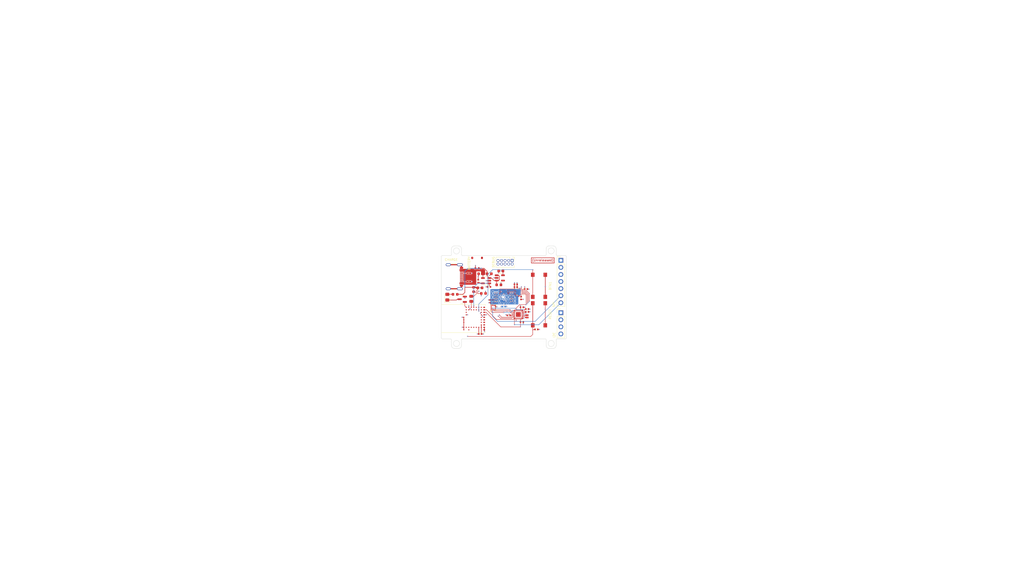
<source format=kicad_pcb>
(kicad_pcb (version 20241229) (generator "pcbnew") (generator_version "9.0")
  (title_block (title "Heartrate-DevKit") (date "2025-07-13") (rev "${REVISION}") (comment 1 "${COMPANY}"))
  (layers (0 "F.Cu" signal) (4 "In1.Cu" power "Inner1") (6 "In2.Cu" power "Inner2") (2 "B.Cu" signal) (13 "F.Paste" user) (15 "B.Paste" user) (5 "F.SilkS" user "F.Silkscreen") (7 "B.SilkS" user "B.Silkscreen") (1 "F.Mask" user) (3 "B.Mask" user) (25 "Edge.Cuts" user))
  (property "ASSEMBLY_NOTES" "")
  (property "BOARD_NAME" "")
  (property "COMPANY" "null")
  (property "DESIGNER" "Daniel Kampert")
  (property "FABRICATION_NOTES" "")
  (property "GIT_HASH_PCB" "")
  (property "GIT_HASH_SCH" "")
  (property "GIT_URL" "")
  (property "PROJECT_NAME" "")
  (property "RELEASE_BODY_UNRELEASED" "Version Unreleased not found.")
  (property "RELEASE_DATE" "06-Jun-2025")
  (property "RELEASE_DATE_NUM" "2025-06-06")
  (property "RELEASE_TITLE_UNRELEASED" "Version Unreleased not found.")
  (property "REVISION" "(Unreleased)")
  (property "SHEET_NAME_1" "Cover Page")
  (property "SHEET_NAME_10" "......................................")
  (property "SHEET_NAME_11" "......................................")
  (property "SHEET_NAME_12" "......................................")
  (property "SHEET_NAME_13" "......................................")
  (property "SHEET_NAME_14" "......................................")
  (property "SHEET_NAME_15" "......................................")
  (property "SHEET_NAME_16" "......................................")
  (property "SHEET_NAME_17" "......................................")
  (property "SHEET_NAME_18" "......................................")
  (property "SHEET_NAME_19" "......................................")
  (property "SHEET_NAME_2" "Block Diagram")
  (property "SHEET_NAME_20" "......................................")
  (property "SHEET_NAME_21" "......................................")
  (property "SHEET_NAME_22" "......................................")
  (property "SHEET_NAME_23" "......................................")
  (property "SHEET_NAME_24" "......................................")
  (property "SHEET_NAME_25" "......................................")
  (property "SHEET_NAME_26" "......................................")
  (property "SHEET_NAME_27" "......................................")
  (property "SHEET_NAME_28" "......................................")
  (property "SHEET_NAME_29" "......................................")
  (property "SHEET_NAME_3" "Project Architecture")
  (property "SHEET_NAME_30" "......................................")
  (property "SHEET_NAME_31" "......................................")
  (property "SHEET_NAME_32" "......................................")
  (property "SHEET_NAME_33" "......................................")
  (property "SHEET_NAME_34" "......................................")
  (property "SHEET_NAME_35" "......................................")
  (property "SHEET_NAME_36" "......................................")
  (property "SHEET_NAME_37" "......................................")
  (property "SHEET_NAME_38" "......................................")
  (property "SHEET_NAME_39" "......................................")
  (property "SHEET_NAME_4" "Main")
  (property "SHEET_NAME_40" "......................................")
  (property "SHEET_NAME_5" "Power - Sequencing")
  (property "SHEET_NAME_6" "Revision History")
  (property "SHEET_NAME_7" "......................................")
  (property "SHEET_NAME_8" "......................................")
  (property "SHEET_NAME_9" "......................................")
  (property "VARIANT" "PRELIMINARY")
  (net 0 "")
  (net 1 "GND")
  (net 2 "+1V8")
  (net 3 "Net-(IC102-V_{DD})")
  (net 4 "PD_GND")
  (net 5 "Net-(M101-P2.03)")
  (net 6 "Net-(D101-K)")
  (net 7 "Net-(D102-K)")
  (net 8 "Net-(IC102-PROG)")
  (net 9 "Net-(M101-P0.02)")
  (net 10 "Net-(M101-P0.01)")
  (net 40 "Net-(IC101-V_{CORE})")
  (net 41 "/Project Architecture/Main/V_{LED}")
  (net 42 "Net-(IC103-V_{REF})")
  (net 43 "/Project Architecture/Main/V_{BAT}")
  (net 44 "Net-(D101-A)")
  (net 45 "Net-(D103-K)")
  (net 46 "Net-(IC101-SCLK_{SENSOR})")
  (net 47 "/Project Architecture/Main/INT_{ACC}")
  (net 48 "Net-(IC101-MOSI_{SENSOR})")
  (net 49 "Net-(IC101-CS_{PPG})")
  (net 50 "/Project Architecture/Main/SCL")
  (net 51 "/Project Architecture/Main/SDA")
  (net 52 "/Project Architecture/Main/~{RESET_{HR}}")
  (net 53 "/Project Architecture/Main/STATUS")
  (net 54 "Net-(IC101-32k_{IN})")
  (net 55 "Net-(IC101-CS_{ACC})")
  (net 56 "Net-(IC101-INT_{PPG})")
  (net 57 "Net-(IC101-MISO_{SENSOR})")
  (net 58 "Net-(IC101-32k_{OUT})")
  (net 59 "/Project Architecture/Main/CHARGE")
  (net 62 "Net-(IC103-LED3-DRV)")
  (net 63 "Net-(IC103-LED1-DRV)")
  (net 64 "Net-(IC103-LED2-DRV)")
  (net 68 "Net-(IC106-L)")
  (net 69 "/Project Architecture/Main/ENABLE_{LED}")
  (net 70 "/Project Architecture/Main/SWDIO")
  (net 71 "/Project Architecture/Main/SWDCLK")
  (net 72 "/Project Architecture/Main/~{RESET}")
  (net 73 "Net-(X101-CC1)")
  (net 74 "Net-(X101-CC2)")
  (footprint "Capacitor_SMD:C_0603_1608Metric" (layer "F.Cu") (at 196.625 148.025)
    (property "Reference" "C114" (hide yes))
    (property "Value" "2u2" (hide yes))
  )
  (footprint "Capacitor_SMD:C_0402_1005Metric" (layer "F.Cu") (at 213.18 148.475)
    (property "Reference" "C107" (hide yes))
    (property "Value" "10u" (hide yes))
  )
  (footprint "Capacitor_SMD:C_0402_1005Metric" (layer "F.Cu") (at 200.4 152.855 90)
    (property "Reference" "C112" (hide yes))
    (property "Value" "100n" (hide yes))
  )
  (footprint "Resistor_SMD:R_0805_2012Metric" (layer "F.Cu") (at 193.51 151.975 90)
    (property "Reference" "R103" (hide yes))
    (property "Value" "0R" (hide yes))
  )
  (footprint "Package_BGA_Kampi:DSBGA-6_0.886x1.288mm_2x3_P0.4mm" (layer "F.Cu") (at 195.65 149.625)
    (property "Reference" "IC106" (hide yes))
    (property "Value" "TPS61240" (hide yes))
  )
  (footprint "Connector_USB:USB_C_Receptacle_GCT_USB4105-xx-A_16P_TopMnt_Horizontal" (layer "F.Cu") (at 186.325 144.03 -90)
    (property "Reference" "X101" (hide yes))
    (property "Value" "CHARGE")
  )
  (footprint "Capacitor_SMD:C_0603_1608Metric" (layer "F.Cu") (at 187.7 150.35 180)
    (property "Reference" "R101" (hide yes))
    (property "Value" "220R" (hide yes))
  )
  (footprint "Resistor_SMD:R_0402_1005Metric" (layer "F.Cu") (at 211.7 155 180)
    (property "Reference" "R107" (hide yes))
    (property "Value" "4k7" (hide yes))
  )
  (footprint "Connector_PinHeader_2.54mm:PinHeader_1x07_P2.54mm_Vertical" (layer "F.Cu") (at 225.7 138.135)
    (property "Reference" "J102" (hide yes))
    (property "Value" "SPI")
  )
  (footprint "Capacitor_SMD:C_0402_1005Metric" (layer "F.Cu") (at 213.58 155.65)
    (property "Reference" "C104" (hide yes))
    (property "Value" "1u" (hide yes))
  )
  (footprint "Resistor_SMD:R_0402_1005Metric" (layer "F.Cu") (at 196 145.625 90)
    (property "Reference" "R108" (hide yes))
    (property "Value" "10k" (hide yes))
  )
  (footprint "Capacitor_SMD:C_0402_1005Metric" (layer "F.Cu") (at 201.7 152.855 90)
    (property "Reference" "C106" (hide yes))
    (property "Value" "10u" (hide yes))
  )
  (footprint "Capacitor_SMD:C_0402_1005Metric" (layer "F.Cu") (at 213.57 156.65)
    (property "Reference" "C103" (hide yes))
    (property "Value" "1u" (hide yes))
  )
  (footprint "Capacitor_SMD:C_0402_1005Metric" (layer "F.Cu") (at 207 157.925 180)
    (property "Reference" "C102" (hide yes))
    (property "Value" "1u" (hide yes))
  )
  (footprint "Connector_PinHeader_2.54mm:PinHeader_1x04_P2.54mm_Vertical" (layer "F.Cu") (at 225.7 156.975)
    (property "Reference" "J101" (hide yes))
    (property "Value" "I2C")
  )
  (footprint "Connector_PinHeader_1.27mm:PinHeader_2x05_P1.27mm_Vertical" (layer "F.Cu") (at 208.2 138.2 -90)
    (property "Reference" "X102" (hide yes))
    (property "Value" "DEBUG")
  )
  (footprint "LED_SMD:LED_0805_2012Metric_Pad1.15x1.40mm_HandSolder" (layer "F.Cu") (at 184.9 151.375 90)
    (property "Reference" "D101" (hide yes))
    (property "Value" "STATUS" (hide yes))
  )
  (footprint "Crystal_Kampi:ECS_ECX-1210" (layer "F.Cu") (at 213.5 158.275 90)
    (property "Reference" "Y101" (hide yes))
    (property "Value" "32kHz" (hide yes))
  )
  (footprint "Capacitor_SMD:C_0402_1005Metric" (layer "F.Cu") (at 209.5 146.775 180)
    (property "Reference" "C113" (hide yes))
    (property "Value" "22u" (hide yes))
  )
  (footprint "Analog Devices:MAX32664GTG" (layer "F.Cu") (at 210.43 157.6 90)
    (property "Reference" "IC101" (hide yes))
    (property "Value" "MAX32664" (hide yes))
  )
  (footprint "Package_TO_SOT_SMD:SOT-23" (layer "F.Cu") (at 190.2625 152.125 180)
    (property "Reference" "Q101" (hide yes))
    (property "Value" "BSS138" (hide yes))
  )
  (footprint "Capacitor_SMD:C_0402_1005Metric" (layer "F.Cu") (at 196.7 164.6 180)
    (property "Reference" "C101" (hide yes))
    (property "Value" "100n" (hide yes))
  )
  (footprint "Resistor_SMD:R_0402_1005Metric" (layer "F.Cu") (at 192.65 145.78 180)
    (property "Reference" "R106" (hide yes))
    (property "Value" "5k1" (hide yes))
  )
  (footprint "Wuerth:WS-TASV-6x6" (layer "F.Cu") (at 217.85 157.525 90)
    (property "Reference" "SW101" (hide yes))
    (property "Value" "RESET")
  )
  (footprint "Package_LGA:LGA-12_2x2mm_P0.5mm" (layer "F.Cu") (at 201.4375 155.105 90)
    (property "Reference" "IC104" (hide yes))
    (property "Value" "LIS2DS12" (hide yes))
  )
  (footprint "Capacitor_SMD:C_0402_1005Metric" (layer "F.Cu") (at 202.7 152.855 90)
    (property "Reference" "C109" (hide yes))
    (property "Value" "100n" (hide yes))
  )
  (footprint "Package_TO_SOT_SMD:SOT-23-5" (layer "F.Cu") (at 203.7625 144.45)
    (property "Reference" "IC105" (hide yes))
    (property "Value" "MIC5365-1.8" (hide yes))
  )
  (footprint "Fanstel:BM15C" (layer "F.Cu") (at 189.7 159.075 90)
    (property "Reference" "M101" (hide yes))
    (property "Value" "BM15C" (hide yes))
  )
  (footprint "Resistor_SMD:R_0402_1005Metric" (layer "F.Cu") (at 199.9 147.675 180)
    (property "Reference" "R109" (hide yes))
    (property "Value" "10k" (hide yes))
  )
  (footprint "Capacitor_SMD:C_0603_1608Metric" (layer "F.Cu") (at 204.125 141.95 180)
    (property "Reference" "C118" (hide yes))
    (property "Value" "1u" (hide yes))
  )
  (footprint "Capacitor_SMD:C_0603_1608Metric" (layer "F.Cu") (at 199.95 142.95)
    (property "Reference" "C110" (hide yes))
    (property "Value" "4u7" (hide yes))
  )
  (footprint "Capacitor_SMD:C_0402_1005Metric" (layer "F.Cu") (at 211.4 151.695 -90)
    (property "Reference" "C108" (hide yes))
    (property "Value" "1u" (hide yes))
  )
  (footprint "Resistor_SMD:R_0402_1005Metric" (layer "F.Cu") (at 216.9 162.975 180)
    (property "Reference" "R102" (hide yes))
    (property "Value" "10k" (hide yes))
  )
  (footprint "Capacitor_SMD:C_0402_1005Metric" (layer "F.Cu") (at 209.5 147.775 180)
    (property "Reference" "C111" (hide yes))
    (property "Value" "100n" (hide yes))
  )
  (footprint "Wuerth:WS-TASV-6x6" (layer "F.Cu") (at 217.85 147.3 -90)
    (property "Reference" "SW102" (hide yes))
    (property "Value" "BTN1")
  )
  (footprint "Resistor_SMD:R_0402_1005Metric" (layer "F.Cu") (at 192.65 142.78)
    (property "Reference" "R105" (hide yes))
    (property "Value" "5k1" (hide yes))
  )
  (footprint "Package_TO_SOT_SMD:SOT-23-5" (layer "F.Cu") (at 198.8375 145.45 180)
    (property "Reference" "IC102" (hide yes))
    (property "Value" "MCP73832-2-OT" (hide yes))
  )
  (footprint "Inductor_SMD:L_0603_1608Metric" (layer "F.Cu") (at 194.35 148.625 -90)
    (property "Reference" "L101" (hide yes))
    (property "Value" "1u" (hide yes))
  )
  (footprint "Resistor_SMD:R_0402_1005Metric" (layer "F.Cu") (at 211.7 160.3)
    (property "Reference" "R104" (hide yes))
    (property "Value" "10k" (hide yes))
  )
  (footprint "Capacitor_SMD:C_0603_1608Metric" (layer "F.Cu") (at 197.875 150.025)
    (property "Reference" "C117" (hide yes))
    (property "Value" "4u7" (hide yes))
  )
  (footprint "Molex:78171-0002" (layer "F.Cu") (at 195.6 139.15 180)
    (property "Reference" "X103" (hide yes))
    (property "Value" "BATTERY")
  )
  (footprint "Package_BGA_Kampi:THIN-WLP-20_2.228x1.967mm_P0.4mm" (layer "F.Cu") (at 211.2 149.475 -90)
    (property "Reference" "IC103" (hide yes))
    (property "Value" "MAX86141" (hide yes))
  )
  (footprint "Capacitor_SMD:C_0603_1608Metric" (layer "F.Cu") (at 203.4 146.95)
    (property "Reference" "C115" (hide yes))
    (property "Value" "1u" (hide yes))
  )
  (footprint "Capacitor_SMD:C_0603_1608Metric" (layer "F.Cu") (at 196.925 142.95 180)
    (property "Reference" "C105" (hide yes))
    (property "Value" "4u7" (hide yes))
  )
  (footprint "Vishay:VEMD808x" (layer "B.Cu") (at 202.4 151.375 -90)
    (property "Reference" "D103")
    (property "Value" "D_Photo")
  )
  (footprint "Resistor_SMD:R_0402_1005Metric" (layer "B.Cu") (at 204.7 154.245 -90)
    (property "Reference" "R110" (hide yes))
    (property "Value" "~" (hide yes))
  )
  (footprint "Capacitor_SMD:C_0402_1005Metric" (layer "B.Cu") (at 205.7 154.245 -90)
    (property "Reference" "C116" (hide yes))
    (property "Value" "~" (hide yes))
  )
  (footprint "Osram:SFH7016" (layer "B.Cu") (at 205.2 151.375)
    (property "Reference" "LED101" (hide yes))
    (property "Value" "SFH 7016" (hide yes))
  )
  (footprint "Vishay:VEMD808x" (layer "B.Cu") (at 208 151.375 -90)
    (property "Reference" "D102")
    (property "Value" "D_Photo")
  )
  (gr_rect (start 215.1 137.2) (end 223.3 139.1) (stroke (width 0.2)) (fill no) (layer "F.Cu"))
  (gr_line (start 196.2 150.375) (end 196.2 150.125) (stroke (width 0.1)) (layer "F.SilkS"))
  (gr_line (start 198.1 164.125) (end 182.85 164.125) (stroke (width 0.1)) (layer "F.SilkS"))
  (gr_line (start 195.95 148.875) (end 196.2 148.875) (stroke (width 0.1)) (layer "F.SilkS"))
  (gr_line (start 195.1 150.075) (end 195.1 150.375) (stroke (width 0.1)) (layer "F.SilkS"))
  (gr_line (start 198.1 154.025) (end 182.85 154.025) (stroke (width 0.1)) (layer "F.SilkS"))
  (gr_line (start 196.2 149.075) (end 196.2 148.875) (stroke (width 0.1)) (layer "F.SilkS"))
  (gr_line (start 195.1 150.375) (end 195.4 150.375) (stroke (width 0.1)) (layer "F.SilkS"))
  (gr_line (start 195.95 150.375) (end 196.2 150.375) (stroke (width 0.1)) (layer "F.SilkS"))
  (gr_line (start 190.3 136.375) (end 220.1 136.375) (stroke (width 0.1)) (layer "Edge.Cuts"))
  (gr_line (start 224.3 166.4) (end 227.2 166.4) (stroke (width 0.1)) (layer "Edge.Cuts"))
  (gr_arc (start 183.2 166.4) (mid 182.846447 166.253553) (end 182.7 165.9) (stroke (width 0.1)) (layer "Edge.Cuts"))
  (gr_arc (start 186.4 134.025) (mid 186.722183 133.247183) (end 187.5 132.925) (stroke (width 0.1)) (layer "Edge.Cuts"))
  (gr_line (start 186.4 136.075) (end 186.4 134.025) (stroke (width 0.1)) (layer "Edge.Cuts"))
  (gr_line (start 182.7 136.875) (end 182.7 165.9) (stroke (width 0.1)) (layer "Edge.Cuts"))
  (gr_arc (start 190 168.725) (mid 189.677817 169.502817) (end 188.9 169.825) (stroke (width 0.1)) (layer "Edge.Cuts"))
  (gr_line (start 224 166.7) (end 224 168.725) (stroke (width 0.1)) (layer "Edge.Cuts"))
  (gr_arc (start 190 166.675) (mid 190.087868 166.462868) (end 190.3 166.375) (stroke (width 0.1)) (layer "Edge.Cuts"))
  (gr_line (start 220.4 136.075) (end 220.4 134.025) (stroke (width 0.1)) (layer "Edge.Cuts"))
  (gr_arc (start 188.9 132.925) (mid 189.677817 133.247183) (end 190 134.025) (stroke (width 0.1)) (layer "Edge.Cuts"))
  (gr_line (start 220.1 166.375) (end 190.3 166.375) (stroke (width 0.1)) (layer "Edge.Cuts"))
  (gr_line (start 188.9 169.825) (end 187.5 169.825) (stroke (width 0.1)) (layer "Edge.Cuts"))
  (gr_arc (start 224.3 136.375) (mid 224.087868 136.287132) (end 224 136.075) (stroke (width 0.1)) (layer "Edge.Cuts"))
  (gr_arc (start 186.4 136.075) (mid 186.312132 136.287132) (end 186.1 136.375) (stroke (width 0.1)) (layer "Edge.Cuts"))
  (gr_line (start 190 166.675) (end 190 168.725) (stroke (width 0.1)) (layer "Edge.Cuts"))
  (gr_line (start 220.4 168.725) (end 220.4 166.675) (stroke (width 0.1)) (layer "Edge.Cuts"))
  (gr_line (start 222.9 169.825) (end 221.5 169.825) (stroke (width 0.1)) (layer "Edge.Cuts"))
  (gr_circle (center 222.2 134.725) (end 223.3 134.725) (stroke (width 0.1)) (fill no) (layer "Edge.Cuts"))
  (gr_line (start 187.5 132.925) (end 188.9 132.925) (stroke (width 0.1)) (layer "Edge.Cuts"))
  (gr_line (start 221.5 132.925) (end 222.9 132.925) (stroke (width 0.1)) (layer "Edge.Cuts"))
  (gr_arc (start 187.5 169.825) (mid 186.722183 169.502817) (end 186.4 168.725) (stroke (width 0.1)) (layer "Edge.Cuts"))
  (gr_arc (start 190.3 136.375) (mid 190.087868 136.287132) (end 190 136.075) (stroke (width 0.1)) (layer "Edge.Cuts"))
  (gr_arc (start 182.7 136.875) (mid 182.846447 136.521447) (end 183.2 136.375) (stroke (width 0.1)) (layer "Edge.Cuts"))
  (gr_arc (start 220.4 134.025) (mid 220.722183 133.247183) (end 221.5 132.925) (stroke (width 0.1)) (layer "Edge.Cuts"))
  (gr_arc (start 221.5 169.825) (mid 220.722183 169.502817) (end 220.4 168.725) (stroke (width 0.1)) (layer "Edge.Cuts"))
  (gr_arc (start 220.1 166.375) (mid 220.312132 166.462868) (end 220.4 166.675) (stroke (width 0.1)) (layer "Edge.Cuts"))
  (gr_arc (start 227.2 136.375) (mid 227.553553 136.521447) (end 227.7 136.875) (stroke (width 0.1)) (layer "Edge.Cuts"))
  (gr_line (start 227.7 165.9) (end 227.7 136.875) (stroke (width 0.1)) (layer "Edge.Cuts"))
  (gr_arc (start 224 166.7) (mid 224.087868 166.487868) (end 224.3 166.4) (stroke (width 0.1)) (layer "Edge.Cuts"))
  (gr_line (start 224 134.025) (end 224 136.075) (stroke (width 0.1)) (layer "Edge.Cuts"))
  (gr_circle (center 188.2 134.725) (end 189.3 134.725) (stroke (width 0.1)) (fill no) (layer "Edge.Cuts"))
  (gr_line (start 183.2 136.375) (end 186.1 136.375) (stroke (width 0.1)) (layer "Edge.Cuts"))
  (gr_line (start 190 134.025) (end 190 136.075) (stroke (width 0.1)) (layer "Edge.Cuts"))
  (gr_arc (start 227.7 165.9) (mid 227.553553 166.253553) (end 227.2 166.4) (stroke (width 0.1)) (layer "Edge.Cuts"))
  (gr_circle (center 188.2 168.025) (end 187.1 168.025) (stroke (width 0.1)) (fill no) (layer "Edge.Cuts"))
  (gr_arc (start 222.9 132.925) (mid 223.677817 133.247183) (end 224 134.025) (stroke (width 0.1)) (layer "Edge.Cuts"))
  (gr_circle (center 222.2 168.025) (end 221.1 168.025) (stroke (width 0.1)) (fill no) (layer "Edge.Cuts"))
  (gr_line (start 224.3 136.375) (end 227.2 136.375) (stroke (width 0.1)) (layer "Edge.Cuts"))
  (gr_line (start 186.4 168.725) (end 186.4 166.7) (stroke (width 0.1)) (layer "Edge.Cuts"))
  (gr_arc (start 220.4 136.075) (mid 220.312132 136.287132) (end 220.1 136.375) (stroke (width 0.1)) (layer "Edge.Cuts"))
  (gr_arc (start 186.1 166.4) (mid 186.312132 166.487868) (end 186.4 166.7) (stroke (width 0.1)) (layer "Edge.Cuts"))
  (gr_arc (start 224 168.725) (mid 223.677817 169.502817) (end 222.9 169.825) (stroke (width 0.1)) (layer "Edge.Cuts"))
  (gr_line (start 186.1 166.4) (end 183.2 166.4) (stroke (width 0.1)) (layer "Edge.Cuts"))
  (gr_text "${REVISION}" (at 219.2 138.1 0) (layer "F.Cu") (effects (font (size 0.8 0.8) (thickness 0.12))))
  (segment (start 220.1 151.275) (end 220.1 147.575) (width 0.2) (layer "F.Cu") (net 1))
  (segment (start 197.4 148.025) (end 196.625 148.025) (width 0.15) (layer "F.Cu") (net 1))
  (segment (start 202.200242 154.855242) (end 202.2 154.855) (width 0.2) (layer "F.Cu") (net 1))
  (segment (start 202.7 154.855) (end 202.2 154.855) (width 0.2) (layer "F.Cu") (net 1))
  (segment (start 200.1125 143.5625) (end 200.725 142.95) (width 0.2) (layer "F.Cu") (net 1))
  (segment (start 203.35 142.65) (end 203.35 141.95) (width 0.2) (layer "F.Cu") (net 1))
  (segment (start 202.2 154.855) (end 202.2 154.355) (width 0.2) (layer "F.Cu") (net 1))
  (segment (start 198.2344 163.7) (end 198.2344 163.1136) (width 0.2) (layer "F.Cu") (net 1))
  (segment (start 209.02 148.195) (end 209.02 147.775) (width 0.15) (layer "F.Cu") (net 1))
  (segment (start 190.25 158.6) (end 190.2678 158.6178) (width 0.2) (layer "F.Cu") (net 1))
  (segment (start 206.25 157.925) (end 206.52 157.925) (width 0.2) (layer "F.Cu") (net 1))
  (segment (start 193.7 142.78) (end 193.16 142.78) (width 0.15) (layer "F.Cu") (net 1))
  (segment (start 212.4 158.975) (end 211.895 158.975) (width 0.15) (layer "F.Cu") (net 1))
  (segment (start 211.88 157.6) (end 212.5 157.6) (width 0.15) (layer "F.Cu") (net 1))
  (segment (start 212.21 160.875) (end 212.21 160.3) (width 0.15) (layer "F.Cu") (net 1))
  (segment (start 196.8 157.1312) (end 197.1168 156.8144) (width 0.2) (layer "F.Cu") (net 1))
  (segment (start 200.4 152.375) (end 201.7 152.375) (width 0.4) (layer "F.Cu") (net 1))
  (segment (start 195.85 149.225) (end 196.3 149.225) (width 0.15) (layer "F.Cu") (net 1))
  (segment (start 190.2678 158.6178) (end 190.8176 158.6178) (width 0.2) (layer "F.Cu") (net 1))
  (segment (start 206 157.675) (end 206.25 157.925) (width 0.2) (layer "F.Cu") (net 1))
  (segment (start 196.15 143.75) (end 196 143.9) (width 0.2) (layer "F.Cu") (net 1))
  (segment (start 190.005 147.23) (end 190.005 147.775) (width 0.4) (layer "F.Cu") (net 1))
  (segment (start 189.43 139.71) (end 185.25 139.71) (width 0.4) (layer "F.Cu") (net 1))
  (segment (start 210.6 149.475) (end 210.3 149.475) (width 0.15) (layer "F.Cu") (net 1))
  (segment (start 190.005 140.83) (end 190.005 140.285) (width 0.4) (layer "F.Cu") (net 1))
  (segment (start 195 140) (end 195 141.025) (width 0.2) (layer "F.Cu") (net 1))
  (segment (start 190.8176 162.2246) (end 190.8176 160.4212) (width 0.2) (layer "F.Cu") (net 1))
  (segment (start 191.2 151.175) (end 191.2 151.775) (width 0.2) (layer "F.Cu") (net 1))
  (segment (start 209.02 146.195) (end 209.02 146.775) (width 0.2) (layer "F.Cu") (net 1))
  (segment (start 189.43 148.35) (end 185.25 148.35) (width 0.4) (layer "F.Cu") (net 1))
  (segment (start 214.2 148.475) (end 213.66 148.475) (width 0.15) (layer "F.Cu") (net 1))
  (segment (start 190.005 140.285) (end 189.43 139.71) (width 0.4) (layer "F.Cu") (net 1))
  (segment (start 202.2 154.355) (end 202.1875 154.3425) (width 0.2) (layer "F.Cu") (net 1))
  (segment (start 201.7 152.375) (end 202.7 152.375) (width 0.4) (layer "F.Cu") (net 1))
  (segment (start 196.15 142.95) (end 196.15 143.75) (width 0.2) (layer "F.Cu") (net 1))
  (segment (start 214.6 155.65) (end 214.06 155.65) (width 0.15) (layer "F.Cu") (net 1))
  (segment (start 190.8176 159.5322) (end 190.8176 158.6178) (width 0.2) (layer "F.Cu") (net 1))
  (segment (start 190.8176 163.1136) (end 190.8176 162.2246) (width 0.2) (layer "F.Cu") (net 1))
  (segment (start 201.6875 154.3425) (end 202.1875 154.3425) (width 0.2) (layer "F.Cu") (net 1))
  (segment (start 209.02 147.775) (end 209.02 146.775) (width 0.2) (layer "F.Cu") (net 1))
  (segment (start 196.2024 164.5824) (end 196.2024 162.2246) (width 0.2) (layer "F.Cu") (net 1))
  (segment (start 190.005 147.775) (end 189.43 148.35) (width 0.4) (layer "F.Cu") (net 1))
  (segment (start 195.7 164.6) (end 196.22 164.6) (width 0.2) (layer "F.Cu") (net 1))
  (segment (start 199.8 152.375) (end 200.4 152.375) (width 0.4) (layer "F.Cu") (net 1))
  (segment (start 210.6 149.475) (end 211 149.475) (width 0.2) (layer "F.Cu") (net 1))
  (segment (start 199.975 145.45) (end 198.9 145.45) (width 0.2) (layer "F.Cu") (net 1))
  (segment (start 211 149.875) (end 211 149.475) (width 0.2) (layer "F.Cu") (net 1))
  (segment (start 211.895 158.975) (end 211.85 159.02) (width 0.15) (layer "F.Cu") (net 1))
  (segment (start 211.4 152.175) (end 212.2 152.175) (width 0.15) (layer "F.Cu") (net 1))
  (segment (start 196 143.9) (end 196 144.85) (width 0.2) (layer "F.Cu") (net 1))
  (segment (start 202.625 144.45) (end 201.65 144.45) (width 0.2) (layer "F.Cu") (net 1))
  (segment (start 214.05 156.65) (end 214.6 156.65) (width 0.15) (layer "F.Cu") (net 1))
  (segment (start 220.1 155.675) (end 220.1 161.5) (width 0.15) (layer "F.Cu") (net 1))
  (segment (start 220.1 153.55) (end 220.1 155.675) (width 0.15) (layer "F.Cu") (net 1))
  (segment (start 193.7 145.78) (end 193.16 145.78) (width 0.15) (layer "F.Cu") (net 1))
  (segment (start 210.3 149.475) (end 209.02 148.195) (width 0.15) (layer "F.Cu") (net 1))
  (segment (start 198.2344 162.2246) (end 198.2344 163.1136) (width 0.2) (layer "F.Cu") (net 1))
  (segment (start 190.8176 160.4212) (end 190.8176 159.5322) (width 0.2) (layer "F.Cu") (net 1))
  (segment (start 198.65 149.275) (end 198.65 150.025) (width 0.15) (layer "F.Cu") (net 1))
  (segment (start 190.3 162.2246) (end 190.8176 162.2246) (width 0.2) (layer "F.Cu") (net 1))
  (segment (start 220.1 147.575) (end 220.1 143.325) (width 0.2) (layer "F.Cu") (net 1))
  (segment (start 196.22 164.6) (end 196.2024 164.5824) (width 0.2) (layer "F.Cu") (net 1))
  (segment (start 204.175 146.225) (end 204.175 146.95) (width 0.2) (layer "F.Cu") (net 1))
  (via (at 206.25 154.725) (size 0.35) (drill 0.2) (layers "F.Cu" "B.Cu") (net 1))
  (via (at 190.25 158.6) (size 0.35) (drill 0.2) (layers "F.Cu" "B.Cu") (net 1))
  (via (at 196.625 148.025) (size 0.35) (drill 0.2) (layers "F.Cu" "B.Cu") (net 1))
  (via (at 198.65 149.275) (size 0.35) (drill 0.2) (layers "F.Cu" "B.Cu") (net 1))
  (via (at 202.7 154.855) (size 0.35) (drill 0.2) (layers "F.Cu" "B.Cu") (net 1))
  (via (at 198.2344 163.7) (size 0.35) (drill 0.2) (layers "F.Cu" "B.Cu") (net 1))
  (via (at 193.7 145.78) (size 0.35) (drill 0.2) (layers "F.Cu" "B.Cu") (net 1))
  (via (at 220.1 155.675) (size 0.35) (drill 0.2) (layers "F.Cu" "B.Cu") (net 1))
  (via (at 195 140) (size 0.35) (drill 0.2) (layers "F.Cu" "B.Cu") (net 1))
  (via (at 199.8 152.375) (size 0.35) (drill 0.2) (layers "F.Cu" "B.Cu") (net 1))
  (via (at 220.1 147.575) (size 0.35) (drill 0.2) (layers "F.Cu" "B.Cu") (net 1))
  (via (at 196.3 149.225) (size 0.35) (drill 0.2) (layers "F.Cu" "B.Cu") (net 1))
  (via (at 209.02 146.195) (size 0.35) (drill 0.2) (layers "F.Cu" "B.Cu") (net 1))
  (via (at 206 157.675) (size 0.35) (drill 0.2) (layers "F.Cu" "B.Cu") (net 1))
  (via (at 204.22 154.755) (size 0.35) (drill 0.2) (layers "F.Cu" "B.Cu") (net 1))
  (via (at 214.6 155.65) (size 0.35) (drill 0.2) (layers "F.Cu" "B.Cu") (net 1))
  (via (at 196 143.9) (size 0.35) (drill 0.2) (layers "F.Cu" "B.Cu") (net 1))
  (via (at 203.35 142.65) (size 0.35) (drill 0.2) (layers "F.Cu" "B.Cu") (net 1))
  (via (at 190.3 162.2246) (size 0.35) (drill 0.2) (layers "F.Cu" "B.Cu") (net 1))
  (via (at 200.1125 143.5625) (size 0.35) (drill 0.2) (layers "F.Cu" "B.Cu") (net 1))
  (via (at 204.175 146.225) (size 0.35) (drill 0.2) (layers "F.Cu" "B.Cu") (net 1))
  (via (at 193.7 142.78) (size 0.35) (drill 0.2) (layers "F.Cu" "B.Cu") (net 1))
  (via (at 214.2 148.475) (size 0.35) (drill 0.2) (layers "F.Cu" "B.Cu") (net 1))
  (via (at 212.21 160.875) (size 0.35) (drill 0.2) (layers "F.Cu" "B.Cu") (net 1))
  (via (at 195.7 164.6) (size 0.35) (drill 0.2) (layers "F.Cu" "B.Cu") (net 1))
  (via (at 198.9 145.45) (size 0.35) (drill 0.2) (layers "F.Cu" "B.Cu") (net 1))
  (via (at 201.65 144.45) (size 0.35) (drill 0.2) (layers "F.Cu" "B.Cu") (net 1))
  (via (at 212.5 157.6) (size 0.35) (drill 0.2) (layers "F.Cu" "B.Cu") (net 1))
  (via (at 212.2 152.175) (size 0.35) (drill 0.2) (layers "F.Cu" "B.Cu") (net 1))
  (via (at 196.8 157.1312) (size 0.35) (drill 0.2) (layers "F.Cu" "B.Cu") (net 1))
  (via (at 212.4 158.975) (size 0.35) (drill 0.2) (layers "F.Cu" "B.Cu") (net 1))
  (via (at 191.2 151.775) (size 0.35) (drill 0.2) (layers "F.Cu" "B.Cu") (net 1))
  (via (at 214.6 156.65) (size 0.35) (drill 0.2) (layers "F.Cu" "B.Cu") (net 1))
  (segment (start 206.25 154.725) (end 205.7 154.725) (width 0.2) (layer "B.Cu") (net 1))
  (segment (start 204.73 154.725) (end 204.7 154.755) (width 0.2) (layer "B.Cu") (net 1))
  (segment (start 204.22 154.755) (end 204.7 154.755) (width 0.2) (layer "B.Cu") (net 1))
  (segment (start 199.8 153.335) (end 200.4 153.335) (width 0.15) (layer "F.Cu") (net 2))
  (segment (start 212.399999 157.200001) (end 212.95 156.65) (width 0.15) (layer "F.Cu") (net 2))
  (segment (start 201.1875 153.8475) (end 201.7 153.335) (width 0.15) (layer "F.Cu") (net 2))
  (segment (start 210.409082 149.075) (end 209.98 148.645918) (width 0.15) (layer "F.Cu") (net 2))
  (segment (start 204.125 141.95) (end 204.9 141.95) (width 0.2) (layer "F.Cu") (net 2))
  (segment (start 197.18 164.6) (end 197.1168 164.5368) (width 0.2) (layer "F.Cu") (net 2))
  (segment (start 202.7 153.335) (end 201.7 153.335) (width 0.15) (layer "F.Cu") (net 2))
  (segment (start 209.98 147.775) (end 209.98 146.775) (width 0.2) (layer "F.Cu") (net 2))
  (segment (start 208.26019 157.6) (end 208.98 157.6) (width 0.2) (layer "F.Cu") (net 2))
  (segment (start 211.88 157.200001) (end 212.399999 157.200001) (width 0.15) (layer "F.Cu") (net 2))
  (segment (start 213.09 157.21) (end 213.09 156.65) (width 0.15) (layer "F.Cu") (net 2))
  (segment (start 212.95 156.65) (end 213.09 156.65) (width 0.15) (layer "F.Cu") (net 2))
  (segment (start 200.6875 154.0625) (end 200.6875 154.3425) (width 0.15) (layer "F.Cu") (net 2))
  (segment (start 197.9 164.6) (end 197.18 164.6) (width 0.2) (layer "F.Cu") (net 2))
  (segment (start 211 149.075) (end 210.6 149.075) (width 0.15) (layer "F.Cu") (net 2))
  (segment (start 210.6 149.075) (end 210.409082 149.075) (width 0.15) (layer "F.Cu") (net 2))
  (segment (start 200.4 153.335) (end 200.4 153.775) (width 0.15) (layer "F.Cu") (net 2))
  (segment (start 209.98 146.195) (end 209.98 146.775) (width 0.2) (layer "F.Cu") (net 2))
  (segment (start 200.4 153.775) (end 200.6875 154.0625) (width 0.15) (layer "F.Cu") (net 2))
  (segment (start 212.8 154.975) (end 212.775 155) (width 0.2) (layer "F.Cu") (net 2))
  (segment (start 201.7 153.335) (end 200.4 153.335) (width 0.15) (layer "F.Cu") (net 2))
  (segment (start 207.48 157.925) (end 207.93519 157.925) (width 0.2) (layer "F.Cu") (net 2))
  (segment (start 209.98 148.645918) (end 209.98 147.775) (width 0.15) (layer "F.Cu") (net 2))
  (segment (start 197.1168 164.5368) (end 197.1168 162.2246) (width 0.2) (layer "F.Cu") (net 2))
  (segment (start 197.1168 162.2246) (end 197.1168 161.3356) (width 0.2) (layer "F.Cu") (net 2))
  (segment (start 198.8 147.675) (end 199.39 147.675) (width 0.2) (layer "F.Cu") (net 2))
  (segment (start 207.93519 157.925) (end 208.26019 157.6) (width 0.2) (layer "F.Cu") (net 2))
  (segment (start 207.05 157.495) (end 207.05 157.475) (width 0.2) (layer "F.Cu") (net 2))
  (segment (start 204.9 141.95) (end 204.9 143.5) (width 0.2) (layer "F.Cu") (net 2))
  (segment (start 218 162.975) (end 217.41 162.975) (width 0.15) (layer "F.Cu") (net 2))
  (segment (start 207.48 157.925) (end 207.05 157.495) (width 0.2) (layer "F.Cu") (net 2))
  (segment (start 201.1875 154.3425) (end 201.1875 153.8475) (width 0.15) (layer "F.Cu") (net 2))
  (segment (start 212.775 155) (end 212.21 155) (width 0.2) (layer "F.Cu") (net 2))
  (via (at 207.05 157.475) (size 0.35) (drill 0.2) (layers "F.Cu" "B.Cu") (net 2))
  (via (at 212.8 154.975) (size 0.35) (drill 0.2) (layers "F.Cu" "B.Cu") (net 2))
  (via (at 199.8 153.335) (size 0.35) (drill 0.2) (layers "F.Cu" "B.Cu") (net 2))
  (via (at 204.125 141.95) (size 0.35) (drill 0.2) (layers "F.Cu" "B.Cu") (net 2))
  (via (at 198.8 147.675) (size 0.35) (drill 0.2) (layers "F.Cu" "B.Cu") (net 2))
  (via (at 218 162.975) (size 0.35) (drill 0.2) (layers "F.Cu" "B.Cu") (net 2))
  (via (at 213.09 157.21) (size 0.35) (drill 0.2) (layers "F.Cu" "B.Cu") (net 2))
  (via (at 197.9 164.6) (size 0.35) (drill 0.2) (layers "F.Cu" "B.Cu") (net 2))
  (via (at 209.98 146.195) (size 0.35) (drill 0.2) (layers "F.Cu" "B.Cu") (net 2))
  (segment (start 197.7 142.95) (end 197.7 144.5) (width 0.2) (layer "F.Cu") (net 3))
  (via (at 206.1 148.775) (size 0.35) (drill 0.2) (layers "F.Cu" "B.Cu") (net 4))
  (via (at 211 150.275) (size 0.3) (drill 0.15) (layers "F.Cu" "B.Cu") (net 4))
  (via (at 206.1 149.975) (size 0.35) (drill 0.2) (layers "F.Cu" "B.Cu") (net 4))
  (segment (start 215.6 143.325) (end 215.6 141.475) (width 0.15) (layer "F.Cu") (net 5))
  (segment (start 196.2024 156.4) (end 196.2024 155.9254) (width 0.15) (layer "F.Cu") (net 5))
  (segment (start 215.6 143.325) (end 215.6 151.275) (width 0.15) (layer "F.Cu") (net 5))
  (via (at 215.6 141.475) (size 0.35) (drill 0.2) (layers "F.Cu" "B.Cu") (net 5))
  (via (at 196.2024 156.4) (size 0.35) (drill 0.2) (layers "F.Cu" "B.Cu") (net 5))
  (segment (start 201.2 141.475) (end 199.5 143.175) (width 0.15) (layer "B.Cu") (net 5))
  (segment (start 196.2 156.3976) (end 196.2024 156.4) (width 0.15) (layer "B.Cu") (net 5))
  (segment (start 196.2 153.875) (end 196.2 156.3976) (width 0.15) (layer "B.Cu") (net 5))
  (segment (start 199.5 150.575) (end 196.2 153.875) (width 0.15) (layer "B.Cu") (net 5))
  (segment (start 199.5 143.175) (end 199.5 150.575) (width 0.15) (layer "B.Cu") (net 5))
  (segment (start 215.6 141.475) (end 201.2 141.475) (width 0.15) (layer "B.Cu") (net 5))
  (segment (start 188.175 152.4) (end 184.9 152.4) (width 0.2) (layer "F.Cu") (net 6))
  (segment (start 188.45 152.125) (end 188.175 152.4) (width 0.2) (layer "F.Cu") (net 6))
  (segment (start 189.325 152.125) (end 188.45 152.125) (width 0.2) (layer "F.Cu") (net 6))
  (segment (start 209.9 150.685) (end 210.31 150.275) (width 0.15) (layer "F.Cu") (net 7))
  (segment (start 210.31 150.275) (end 210.6 150.275) (width 0.15) (layer "F.Cu") (net 7))
  (segment (start 209.8 150.685) (end 209.9 150.685) (width 0.15) (layer "F.Cu") (net 7))
  (via (at 209.8 150.685) (size 0.35) (drill 0.2) (layers "F.Cu" "B.Cu") (net 7))
  (segment (start 206.81 152.065) (end 206.81 150.685) (width 0.15) (layer "B.Cu") (net 7))
  (segment (start 206.81 150.685) (end 206.81 149.375) (width 0.15) (layer "B.Cu") (net 7))
  (segment (start 209.19 150.685) (end 209.8 150.685) (width 0.15) (layer "B.Cu") (net 7))
  (segment (start 209.19 152.065) (end 209.19 150.975) (width 0.15) (layer "B.Cu") (net 7))
  (segment (start 206.81 149.375) (end 209.19 149.375) (width 0.15) (layer "B.Cu") (net 7))
  (segment (start 209.19 150.975) (end 209.19 150.685) (width 0.15) (layer "B.Cu") (net 7))
  (segment (start 209.19 150.975) (end 209.19 149.375) (width 0.15) (layer "B.Cu") (net 7))
  (segment (start 209.19 153.375) (end 209.19 152.065) (width 0.15) (layer "B.Cu") (net 7))
  (segment (start 196 146.135) (end 196.535 146.135) (width 0.2) (layer "F.Cu") (net 8))
  (segment (start 196.8 146.4) (end 197.7 146.4) (width 0.2) (layer "F.Cu") (net 8))
  (segment (start 196.535 146.135) (end 196.8 146.4) (width 0.2) (layer "F.Cu") (net 8))
  (segment (start 191.2 154.5298) (end 191.7066 155.0364) (width 0.15) (layer "F.Cu") (net 9))
  (segment (start 191.2 153.075) (end 191.2 154.5298) (width 0.15) (layer "F.Cu") (net 9))
  (segment (start 193.51 152.8875) (end 193.51 155.0364) (width 0.15) (layer "F.Cu") (net 10))
  (segment (start 212.585 156.515) (end 212.585 155.865) (width 0.15) (layer "F.Cu") (net 40))
  (segment (start 212.300001 156.799999) (end 212.585 156.515) (width 0.15) (layer "F.Cu") (net 40))
  (segment (start 211.88 156.799999) (end 212.300001 156.799999) (width 0.15) (layer "F.Cu") (net 40))
  (segment (start 212.8 155.65) (end 213.1 155.65) (width 0.15) (layer "F.Cu") (net 40))
  (segment (start 212.585 155.865) (end 212.8 155.65) (width 0.15) (layer "F.Cu") (net 40))
  (segment (start 212.4 148.475) (end 212.7 148.475) (width 0.15) (layer "F.Cu") (net 41))
  (segment (start 211.8 148.675) (end 212.2 148.675) (width 0.15) (layer "F.Cu") (net 41))
  (segment (start 195.85 150.025) (end 197.1 150.025) (width 0.15) (layer "F.Cu") (net 41))
  (segment (start 197.1 150.025) (end 197.1 150.875) (width 0.15) (layer "F.Cu") (net 41))
  (segment (start 195.85 150.025) (end 195.85 149.625) (width 0.15) (layer "F.Cu") (net 41))
  (segment (start 212.7 147.675) (end 212.7 148.475) (width 0.15) (layer "F.Cu") (net 41))
  (segment (start 212.2 148.675) (end 212.4 148.475) (width 0.15) (layer "F.Cu") (net 41))
  (via (at 197.1 150.875) (size 0.35) (drill 0.2) (layers "F.Cu" "B.Cu") (net 41))
  (via (at 205.5 151.375) (size 0.35) (drill 0.2) (layers "F.Cu" "B.Cu") (net 41))
  (via (at 204.3 151.375) (size 0.35) (drill 0.2) (layers "F.Cu" "B.Cu") (net 41))
  (via (at 212.7 147.675) (size 0.35) (drill 0.2) (layers "F.Cu" "B.Cu") (net 41))
  (segment (start 204.55 151.625) (end 204.55 151.95) (width 0.15) (layer "B.Cu") (net 41))
  (segment (start 204.3 151.375) (end 204.55 151.625) (width 0.15) (layer "B.Cu") (net 41))
  (segment (start 205.85 151.025) (end 205.5 151.375) (width 0.15) (layer "B.Cu") (net 41))
  (segment (start 205.85 150.8) (end 205.85 151.025) (width 0.15) (layer "B.Cu") (net 41))
  (segment (start 211.4 151.215) (end 211.4 150.275) (width 0.15) (layer "F.Cu") (net 42))
  (segment (start 198.125 141.025) (end 199.175 142.075) (width 0.2) (layer "F.Cu") (net 43))
  (segment (start 203.5875 145.084252) (end 203.271752 145.4) (width 0.2) (layer "F.Cu") (net 43))
  (segment (start 199.975 144.5) (end 200.8 144.5) (width 0.2) (layer "F.Cu") (net 43))
  (segment (start 191.2 147.8375) (end 194.35 147.8375) (width 0.2) (layer "F.Cu") (net 43))
  (segment (start 195.3 148.025) (end 195.1125 147.8375) (width 0.4) (layer "F.Cu") (net 43))
  (segment (start 201.7 145.4) (end 202.625 145.4) (width 0.2) (layer "F.Cu") (net 43))
  (segment (start 191.2 149.675) (end 190.525 150.35) (width 0.2) (layer "F.Cu") (net 43))
  (segment (start 195.1125 147.8375) (end 194.35 147.8375) (width 0.4) (layer "F.Cu") (net 43))
  (segment (start 195.85 148.025) (end 195.85 148.55) (width 0.15) (layer "F.Cu") (net 43))
  (segment (start 190.525 150.35) (end 188.475 150.35) (width 0.2) (layer "F.Cu") (net 43))
  (segment (start 191.2 147.8375) (end 191.2 149.675) (width 0.2) (layer "F.Cu") (net 43))
  (segment (start 202.625 143.5) (end 203.287499 143.5) (width 0.2) (layer "F.Cu") (net 43))
  (segment (start 203.271752 145.4) (end 202.625 145.4) (width 0.2) (layer "F.Cu") (net 43))
  (segment (start 203.287499 143.5) (end 203.5875 143.800001) (width 0.2) (layer "F.Cu") (net 43))
  (segment (start 197.2 141.025) (end 198.125 141.025) (width 0.2) (layer "F.Cu") (net 43))
  (segment (start 202.625 145.4) (end 202.625 146.95) (width 0.2) (layer "F.Cu") (net 43))
  (segment (start 195.85 148.55) (end 195.45 148.95) (width 0.15) (layer "F.Cu") (net 43))
  (segment (start 200.8 144.5) (end 201.7 145.4) (width 0.2) (layer "F.Cu") (net 43))
  (segment (start 199.175 142.075) (end 199.175 142.95) (width 0.2) (layer "F.Cu") (net 43))
  (segment (start 197.2 141.025) (end 197.3 141.025) (width 0.2) (layer "F.Cu") (net 43))
  (segment (start 199.175 143.7) (end 199.975 144.5) (width 0.2) (layer "F.Cu") (net 43))
  (segment (start 199.175 142.95) (end 199.175 143.7) (width 0.2) (layer "F.Cu") (net 43))
  (segment (start 203.5875 143.800001) (end 203.5875 145.084252) (width 0.2) (layer "F.Cu") (net 43))
  (segment (start 195.45 148.95) (end 195.45 149.225) (width 0.15) (layer "F.Cu") (net 43))
  (segment (start 195.85 148.025) (end 195.3 148.025) (width 0.4) (layer "F.Cu") (net 43))
  (segment (start 196.2 141.025) (end 197.2 141.025) (width 0.2) (layer "F.Cu") (net 43))
  (via (at 197.2 141.025) (size 0.35) (drill 0.2) (layers "F.Cu" "B.Cu") (net 43))
  (via (at 191.2 147.8375) (size 0.35) (drill 0.2) (layers "F.Cu" "B.Cu") (net 43))
  (segment (start 192.25 141.025) (end 197.2 141.025) (width 0.2) (layer "B.Cu") (net 43))
  (segment (start 191.2 142.075) (end 192.25 141.025) (width 0.2) (layer "B.Cu") (net 43))
  (segment (start 191.2 147.8375) (end 191.2 142.075) (width 0.2) (layer "B.Cu") (net 43))
  (segment (start 184.9 150.35) (end 186.925 150.35) (width 0.2) (layer "F.Cu") (net 44))
  (segment (start 209.4 149.875) (end 210.6 149.875) (width 0.15) (layer "F.Cu") (net 45))
  (segment (start 208.9 149.375) (end 209.4 149.875) (width 0.15) (layer "F.Cu") (net 45))
  (segment (start 204.3 149.375) (end 208.9 149.375) (width 0.15) (layer "F.Cu") (net 45))
  (via (at 204.3 149.375) (size 0.35) (drill 0.2) (layers "F.Cu" "B.Cu") (net 45))
  (segment (start 201.21 150.685) (end 201.21 149.375) (width 0.15) (layer "B.Cu") (net 45))
  (segment (start 203.59 149.375) (end 203.59 150.685) (width 0.15) (layer "B.Cu") (net 45))
  (segment (start 201.21 149.375) (end 203.59 149.375) (width 0.15) (layer "B.Cu") (net 45))
  (segment (start 203.59 152.065) (end 203.59 153.375) (width 0.15) (layer "B.Cu") (net 45))
  (segment (start 203.59 150.685) (end 203.59 152.065) (width 0.15) (layer "B.Cu") (net 45))
  (segment (start 203.59 149.375) (end 204.3 149.375) (width 0.15) (layer "B.Cu") (net 45))
  (segment (start 201.21 152.065) (end 201.21 150.685) (width 0.15) (layer "B.Cu") (net 45))
  (segment (start 213.4 149.075) (end 214.4 150.075) (width 0.15) (layer "F.Cu") (net 46))
  (segment (start 205.2 156.875) (end 201 156.875) (width 0.15) (layer "F.Cu") (net 46))
  (segment (start 200.6875 156.5625) (end 200.6875 155.8675) (width 0.15) (layer "F.Cu") (net 46))
  (segment (start 211.8 149.075) (end 213.4 149.075) (width 0.15) (layer "F.Cu") (net 46))
  (segment (start 201 156.875) (end 200.6875 156.5625) (width 0.15) (layer "F.Cu") (net 46))
  (segment (start 214.4 150.075) (end 214.4 152.875) (width 0.15) (layer "F.Cu") (net 46))
  (segment (start 208.4 156.18) (end 209.01 156.18) (width 0.15) (layer "F.Cu") (net 46))
  (via (at 205.2 156.875) (size 0.35) (drill 0.2) (layers "F.Cu" "B.Cu") (net 46))
  (via (at 208.4 156.18) (size 0.35) (drill 0.2) (layers "F.Cu" "B.Cu") (net 46))
  (via (at 214.4 152.875) (size 0.35) (drill 0.2) (layers "F.Cu" "B.Cu") (net 46))
  (segment (start 205.2 156.875) (end 207.705 156.875) (width 0.15) (layer "B.Cu") (net 46))
  (segment (start 207.705 156.875) (end 208.4 156.18) (width 0.15) (layer "B.Cu") (net 46))
  (segment (start 201.199998 155.355) (end 200.675 155.355) (width 0.15) (layer "F.Cu") (net 47))
  (segment (start 212.14 155.89) (end 211.85 156.18) (width 0.15) (layer "F.Cu") (net 47))
  (segment (start 201.2 155.354998) (end 201.199998 155.355) (width 0.15) (layer "F.Cu") (net 47))
  (via (at 201.2 155.354998) (size 0.35) (drill 0.2) (layers "F.Cu" "B.Cu") (net 47))
  (via (at 212.14 155.89) (size 0.35) (drill 0.2) (layers "F.Cu" "B.Cu") (net 47))
  (segment (start 209.815 155.89) (end 209.279998 155.354998) (width 0.15) (layer "B.Cu") (net 47))
  (segment (start 209.279998 155.354998) (end 201.2 155.354998) (width 0.15) (layer "B.Cu") (net 47))
  (segment (start 212.14 155.89) (end 209.815 155.89) (width 0.15) (layer "B.Cu") (net 47))
  (segment (start 213 149.875) (end 213.6 150.475) (width 0.15) (layer "F.Cu") (net 48))
  (segment (start 213.6 150.475) (end 213.6 153.675) (width 0.15) (layer "F.Cu") (net 48))
  (segment (start 208.325 156.8) (end 208.98 156.8) (width 0.15) (layer "F.Cu") (net 48))
  (segment (start 207.4 155.8675) (end 202.1875 155.8675) (width 0.15) (layer "F.Cu") (net 48))
  (segment (start 207.4 155.8675) (end 207.7 156.1675) (width 0.15) (layer "F.Cu") (net 48))
  (segment (start 207.7 156.175) (end 208.325 156.8) (width 0.15) (layer "F.Cu") (net 48))
  (segment (start 207.7 156.1675) (end 207.7 156.175) (width 0.15) (layer "F.Cu") (net 48))
  (segment (start 211.8 149.875) (end 213 149.875) (width 0.15) (layer "F.Cu") (net 48))
  (via (at 207.4 155.8675) (size 0.35) (drill 0.2) (layers "F.Cu" "B.Cu") (net 48))
  (via (at 213.6 153.675) (size 0.35) (drill 0.2) (layers "F.Cu" "B.Cu") (net 48))
  (segment (start 213.2 150.575) (end 212.9 150.275) (width 0.15) (layer "F.Cu") (net 49))
  (segment (start 213.2 154.075) (end 213.2 150.575) (width 0.15) (layer "F.Cu") (net 49))
  (segment (start 213.2 154.075) (end 210.8579 154.075) (width 0.15) (layer "F.Cu") (net 49))
  (segment (start 210.8579 154.075) (end 209.629999 155.302901) (width 0.15) (layer "F.Cu") (net 49))
  (segment (start 212.9 150.275) (end 211.8 150.275) (width 0.15) (layer "F.Cu") (net 49))
  (segment (start 209.629999 155.302901) (end 209.629999 156.15) (width 0.15) (layer "F.Cu") (net 49))
  (via (at 213.2 154.075) (size 0.35) (drill 0.2) (layers "F.Cu" "B.Cu") (net 49))
  (segment (start 204 158.975) (end 208.029264 158.975) (width 0.15) (layer "F.Cu") (net 50))
  (segment (start 208.029264 158.975) (end 208.604263 158.400001) (width 0.15) (layer "F.Cu") (net 50))
  (segment (start 197.563 158.175) (end 197.1168 157.7288) (width 0.15) (layer "F.Cu") (net 50))
  (segment (start 203.2 158.175) (end 204 158.975) (width 0.15) (layer "F.Cu") (net 50))
  (segment (start 208.604263 158.400001) (end 208.98 158.400001) (width 0.15) (layer "F.Cu") (net 50))
  (via (at 203.2 158.175) (size 0.35) (drill 0.2) (layers "F.Cu" "B.Cu") (net 50))
  (via (at 197.563 158.175) (size 0.35) (drill 0.2) (layers "F.Cu" "B.Cu") (net 50))
  (segment (start 207.8 158.6) (end 208.400001 157.999999) (width 0.15) (layer "F.Cu") (net 51))
  (segment (start 203.6 157.775) (end 204.425 158.6) (width 0.15) (layer "F.Cu") (net 51))
  (segment (start 198.2344 157.7288) (end 198.9 157.7288) (width 0.15) (layer "F.Cu") (net 51))
  (segment (start 208.400001 157.999999) (end 208.98 157.999999) (width 0.15) (layer "F.Cu") (net 51))
  (segment (start 204.425 158.6) (end 207.8 158.6) (width 0.15) (layer "F.Cu") (net 51))
  (via (at 203.6 157.775) (size 0.35) (drill 0.2) (layers "F.Cu" "B.Cu") (net 51))
  (via (at 198.9 157.7288) (size 0.35) (drill 0.2) (layers "F.Cu" "B.Cu") (net 51))
  (segment (start 211.230001 159.530001) (end 211.19 159.570002) (width 0.15) (layer "F.Cu") (net 52))
  (segment (start 211.19 162.055) (end 204.08 162.055) (width 0.15) (layer "F.Cu") (net 52))
  (segment (start 211.19 159.570002) (end 211.19 160.3) (width 0.15) (layer "F.Cu") (net 52))
  (segment (start 204.08 162.055) (end 198.8394 156.8144) (width 0.15) (layer "F.Cu") (net 52))
  (segment (start 198.8394 156.8144) (end 198.2344 156.8144) (width 0.15) (layer "F.Cu") (net 52))
  (segment (start 211.19 162.055) (end 211.19 160.3) (width 0.15) (layer "F.Cu") (net 52))
  (segment (start 211.230001 159.05) (end 211.230001 159.530001) (width 0.15) (layer "F.Cu") (net 52))
  (via (at 211.19 162.055) (size 0.35) (drill 0.2) (layers "F.Cu" "B.Cu") (net 52))
  (segment (start 209.01 161.275) (end 209.01 159.02) (width 0.15) (layer "F.Cu") (net 53))
  (segment (start 209.01 159.02) (end 208.655 159.375) (width 0.15) (layer "F.Cu") (net 53))
  (segment (start 202.5 159.375) (end 199.0504 155.9254) (width 0.15) (layer "F.Cu") (net 53))
  (segment (start 208.655 159.375) (end 202.5 159.375) (width 0.15) (layer "F.Cu") (net 53))
  (segment (start 199.0504 155.9254) (end 198.2344 155.9254) (width 0.15) (layer "F.Cu") (net 53))
  (via (at 209.01 161.275) (size 0.35) (drill 0.2) (layers "F.Cu" "B.Cu") (net 53))
  (segment (start 217.8 161.275) (end 225.7 153.375) (width 0.15) (layer "B.Cu") (net 53))
  (segment (start 209.01 161.275) (end 217.8 161.275) (width 0.15) (layer "B.Cu") (net 53))
  (segment (start 212.4339 158.001) (end 212.72005 158.001) (width 0.15) (layer "F.Cu") (net 54))
  (segment (start 212.72005 158.001) (end 212.85855 157.8625) (width 0.15) (layer "F.Cu") (net 54))
  (segment (start 211.88 157.999999) (end 212.432899 157.999999) (width 0.15) (layer "F.Cu") (net 54))
  (segment (start 212.85855 157.8625) (end 213.5 157.8625) (width 0.15) (layer "F.Cu") (net 54))
  (segment (start 212.432899 157.999999) (end 212.4339 158.001) (width 0.15) (layer "F.Cu") (net 54))
  (segment (start 201.1875 156.475) (end 201.1875 155.8675) (width 0.15) (layer "F.Cu") (net 55))
  (segment (start 209.629999 160.075) (end 209.629999 159.05) (width 0.15) (layer "F.Cu") (net 55))
  (via (at 201.1875 156.475) (size 0.35) (drill 0.2) (layers "F.Cu" "B.Cu") (net 55))
  (via (at 209.629999 160.075) (size 0.35) (drill 0.2) (layers "F.Cu" "B.Cu") (net 55))
  (segment (start 209.629999 160.075) (end 216.46 160.075) (width 0.15) (layer "B.Cu") (net 55))
  (segment (start 201.1875 158.3625) (end 201.1875 156.475) (width 0.15) (layer "B.Cu") (net 55))
  (segment (start 202.9 160.075) (end 201.1875 158.3625) (width 0.15) (layer "B.Cu") (net 55))
  (segment (start 216.46 160.075) (end 225.7 150.835) (width 0.15) (layer "B.Cu") (net 55))
  (segment (start 209.629999 160.075) (end 202.9 160.075) (width 0.15) (layer "B.Cu") (net 55))
  (segment (start 211.19 154.485) (end 211.19 155) (width 0.15) (layer "F.Cu") (net 56))
  (segment (start 211.230001 155.040001) (end 211.230001 156.15) (width 0.15) (layer "F.Cu") (net 56))
  (segment (start 211.19 155) (end 211.230001 155.040001) (width 0.15) (layer "F.Cu") (net 56))
  (via (at 211.19 154.485) (size 0.35) (drill 0.2) (layers "F.Cu" "B.Cu") (net 56))
  (via (at 211.4 149.075) (size 0.3) (drill 0.15) (layers "F.Cu" "B.Cu") (net 56))
  (segment (start 208.125 157.2) (end 208.98 157.2) (width 0.15) (layer "F.Cu") (net 57))
  (segment (start 213.2 149.475) (end 214 150.275) (width 0.15) (layer "F.Cu") (net 57))
  (segment (start 206.3 156.375) (end 207.3 156.375) (width 0.15) (layer "F.Cu") (net 57))
  (segment (start 201.6875 156.182) (end 201.6875 155.8675) (width 0.15) (layer "F.Cu") (net 57))
  (segment (start 201.8805 156.375) (end 201.6875 156.182) (width 0.15) (layer "F.Cu") (net 57))
  (segment (start 207.3 156.375) (end 208.125 157.2) (width 0.15) (layer "F.Cu") (net 57))
  (segment (start 214 150.275) (end 214 153.275) (width 0.15) (layer "F.Cu") (net 57))
  (segment (start 211.8 149.475) (end 213.2 149.475) (width 0.15) (layer "F.Cu") (net 57))
  (segment (start 206.3 156.375) (end 201.8805 156.375) (width 0.15) (layer "F.Cu") (net 57))
  (via (at 214 153.275) (size 0.35) (drill 0.2) (layers "F.Cu" "B.Cu") (net 57))
  (via (at 206.3 156.375) (size 0.35) (drill 0.2) (layers "F.Cu" "B.Cu") (net 57))
  (segment (start 212.95 158.6875) (end 213.5 158.6875) (width 0.15) (layer "F.Cu") (net 58))
  (segment (start 211.88 158.400001) (end 212.662501 158.400001) (width 0.15) (layer "F.Cu") (net 58))
  (segment (start 212.662501 158.400001) (end 212.95 158.6875) (width 0.15) (layer "F.Cu") (net 58))
  (segment (start 194.399 155.0364) (end 194.399 154.376) (width 0.15) (layer "F.Cu") (net 59))
  (segment (start 199.975 147.225) (end 199.975 146.4) (width 0.2) (layer "F.Cu") (net 59))
  (segment (start 199.975 146.4) (end 199 146.4) (width 0.15) (layer "F.Cu") (net 59))
  (segment (start 194.399 154.376) (end 194.4 154.375) (width 0.15) (layer "F.Cu") (net 59))
  (segment (start 200.41 147.66) (end 199.975 147.225) (width 0.2) (layer "F.Cu") (net 59))
  (segment (start 200.41 147.675) (end 200.41 147.66) (width 0.2) (layer "F.Cu") (net 59))
  (segment (start 194.399 155.0364) (end 194.399 155.049) (width 0.15) (layer "F.Cu") (net 59))
  (segment (start 200.4 147.685) (end 200.41 147.675) (width 0.2) (layer "F.Cu") (net 59))
  (via (at 199 146.4) (size 0.35) (drill 0.2) (layers "F.Cu" "B.Cu") (net 59))
  (via (at 194.4 154.375) (size 0.35) (drill 0.2) (layers "F.Cu" "B.Cu") (net 59))
  (segment (start 194.4 147.875) (end 195.875 146.4) (width 0.15) (layer "B.Cu") (net 59))
  (segment (start 194.4 154.375) (end 194.4 147.875) (width 0.15) (layer "B.Cu") (net 59))
  (segment (start 195.875 146.4) (end 199 146.4) (width 0.15) (layer "B.Cu") (net 59))
  (segment (start 211.5 147.675) (end 211.5 148.375) (width 0.15) (layer "F.Cu") (net 62))
  (segment (start 211.4 148.475) (end 211.4 148.675) (width 0.15) (layer "F.Cu") (net 62))
  (segment (start 211.5 148.375) (end 211.4 148.475) (width 0.15) (layer "F.Cu") (net 62))
  (via (at 211.5 147.675) (size 0.35) (drill 0.2) (layers "F.Cu" "B.Cu") (net 62))
  (via (at 205.2 150.275) (size 0.35) (drill 0.2) (layers "F.Cu" "B.Cu") (net 62))
  (segment (start 205.2 150.8) (end 205.2 150.275) (width 0.15) (layer "B.Cu") (net 62))
  (segment (start 210.6 148.675) (end 210.6 148.175) (width 0.15) (layer "F.Cu") (net 63))
  (via (at 205.2 152.375) (size 0.35) (drill 0.2) (layers "F.Cu" "B.Cu") (net 63))
  (via (at 210.6 148.175) (size 0.35) (drill 0.2) (layers "F.Cu" "B.Cu") (net 63))
  (segment (start 205.2 151.95) (end 205.2 152.375) (width 0.15) (layer "B.Cu") (net 63))
  (segment (start 211 148.309314) (end 211 148.675) (width 0.15) (layer "F.Cu") (net 64))
  (segment (start 211.1 148.209314) (end 211 148.309314) (width 0.15) (layer "F.Cu") (net 64))
  (via (at 206 152.775) (size 0.35) (drill 0.2) (layers "F.Cu" "B.Cu") (net 64))
  (via (at 211.1 148.209314) (size 0.35) (drill 0.2) (layers "F.Cu" "B.Cu") (net 64))
  (segment (start 206 152.775) (end 205.85 152.625) (width 0.15) (layer "B.Cu") (net 64))
  (segment (start 205.85 152.625) (end 205.85 151.95) (width 0.15) (layer "B.Cu") (net 64))
  (segment (start 194.35 149.4125) (end 194.8875 149.4125) (width 0.15) (layer "F.Cu") (net 68))
  (segment (start 195.1 149.625) (end 195.45 149.625) (width 0.15) (layer "F.Cu") (net 68))
  (segment (start 194.8875 149.4125) (end 195.1 149.625) (width 0.15) (layer "F.Cu") (net 68))
  (segment (start 193.51 151.0625) (end 194.4125 151.0625) (width 0.15) (layer "F.Cu") (net 69))
  (segment (start 194.4125 151.0625) (end 195.45 150.025) (width 0.15) (layer "F.Cu") (net 69))
  (segment (start 192.6746 155.9254) (end 192.621 155.9254) (width 0.2) (layer "F.Cu") (net 70))
  (segment (start 193.1 155.5) (end 192.6746 155.9254) (width 0.15) (layer "F.Cu") (net 70))
  (via (at 193.1 155.5) (size 0.35) (drill 0.2) (layers "F.Cu" "B.Cu") (net 70))
  (segment (start 192.621 154.475) (end 192.621 155.0364) (width 0.15) (layer "F.Cu") (net 71))
  (via (at 192.621 154.475) (size 0.35) (drill 0.2) (layers "F.Cu" "B.Cu") (net 71))
  (segment (start 215.9 162.975) (end 215.6 163.275) (width 0.15) (layer "F.Cu") (net 72))
  (segment (start 192.2 165.475) (end 214.9 165.475) (width 0.15) (layer "F.Cu") (net 72))
  (segment (start 214.9 165.475) (end 215.6 164.775) (width 0.15) (layer "F.Cu") (net 72))
  (segment (start 215.6 163.275) (end 215.6 161.5) (width 0.15) (layer "F.Cu") (net 72))
  (segment (start 216.39 162.975) (end 215.9 162.975) (width 0.15) (layer "F.Cu") (net 72))
  (segment (start 192.2 157.7288) (end 191.7066 157.7288) (width 0.15) (layer "F.Cu") (net 72))
  (segment (start 215.6 164.775) (end 215.6 163.275) (width 0.15) (layer "F.Cu") (net 72))
  (segment (start 215.6 161.5) (end 215.6 153.55) (width 0.2) (layer "F.Cu") (net 72))
  (via (at 192.2 157.7288) (size 0.35) (drill 0.2) (layers "F.Cu" "B.Cu") (net 72))
  (via (at 192.2 165.475) (size 0.35) (drill 0.2) (layers "F.Cu" "B.Cu") (net 72))
  (segment (start 192.14 142.78) (end 190.005 142.78) (width 0.15) (layer "F.Cu") (net 73))
  (segment (start 192.14 145.78) (end 190.005 145.78) (width 0.15) (layer "F.Cu") (net 74))
  (zone (net 3) (net_name "Net-(IC102-V_{DD})") (layer "F.Cu") (priority 3) (connect_pads yes (clearance 0)) (min_thickness 0.25) (fill yes (thermal_gap 0.5) (thermal_bridge_width 0.5))
    (polygon (pts (xy 189.3 141.2) (xy 198.4 141.2) (xy 198.5 141.3) (xy 198.5 143.4) (xy 197 143.4) (xy 197 142.1) (xy 195.3 142.1) (xy 195.3 146.9) (xy 189.3 146.9)))
  )
  (zone (net 0) (net_name "") (layer "F.Cu") (connect_pads (clearance 0)) (min_thickness 0.25)
    (keepout (tracks allowed) (vias allowed) (pads allowed) (copperpour not_allowed) (footprints allowed))
    (fill (thermal_gap 0.5) (thermal_bridge_width 0.5))
    (polygon (pts (xy 202.8 153.655) (xy 201.5 153.655) (xy 201.4 153.755) (xy 201.4 154.755) (xy 201 154.755) (xy 201 153.655) (xy 201.5 153.155) (xy 202.8 153.155)))
  )
  (zone (net 0) (net_name "") (layer "F.Cu") (connect_pads (clearance 0)) (min_thickness 0.25)
    (keepout (tracks allowed) (vias allowed) (pads allowed) (copperpour not_allowed) (footprints allowed))
    (fill (thermal_gap 0.5) (thermal_bridge_width 0.5))
    (polygon (pts (xy 203.9 142.9) (xy 204.6 142.9) (xy 204.6 142) (xy 205.2 142) (xy 205.2 142.9) (xy 205.9 142.9) (xy 205.9 144.1) (xy 203.9 144.1)))
  )
  (zone (net 4) (net_name "PD_GND") (layer "F.Cu") (priority 1) (connect_pads yes (clearance 0)) (min_thickness 0.25) (fill yes (thermal_gap 0.5) (thermal_bridge_width 0.5))
    (polygon (pts (xy 203.6 148.375) (xy 211.2 148.375) (xy 211.2 150.775) (xy 210.8 150.775) (xy 210.8 151.275) (xy 209.3 151.275) (xy 209.3 150.975) (xy 208.7 150.375) (xy 203.6 150.375)))
  )
  (zone (net 0) (net_name "") (layer "F.Cu") (connect_pads (clearance 0)) (min_thickness 0.25)
    (keepout (tracks allowed) (vias allowed) (pads allowed) (copperpour not_allowed) (footprints allowed))
    (fill (thermal_gap 0.5) (thermal_bridge_width 0.5))
    (polygon (pts (xy 200.3 154.655) (xy 200.3 153.355) (xy 201 153.355) (xy 201 154.655)))
  )
  (zone (net 4) (net_name "PD_GND") (layers "B.Cu" "In2.Cu") (priority 1) (connect_pads (clearance 0.127)) (min_thickness 0.127) (fill yes (thermal_gap 0.127) (thermal_bridge_width 0.127))
    (polygon (pts (xy 200.4 153.975) (xy 210.4 153.975) (xy 210.4 148.475) (xy 200.4 148.475)))
  )
  (zone (net 4) (net_name "PD_GND") (layers "B.Cu" "In2.Cu") (priority 2) (connect_pads yes (clearance 0)) (min_thickness 0.25) (fill yes (thermal_gap 0.5) (thermal_bridge_width 0.5))
    (polygon (pts (xy 210.3 148.475) (xy 211.2 148.475) (xy 211.2 150.675) (xy 210.3 150.675)))
  )
)
</source>
